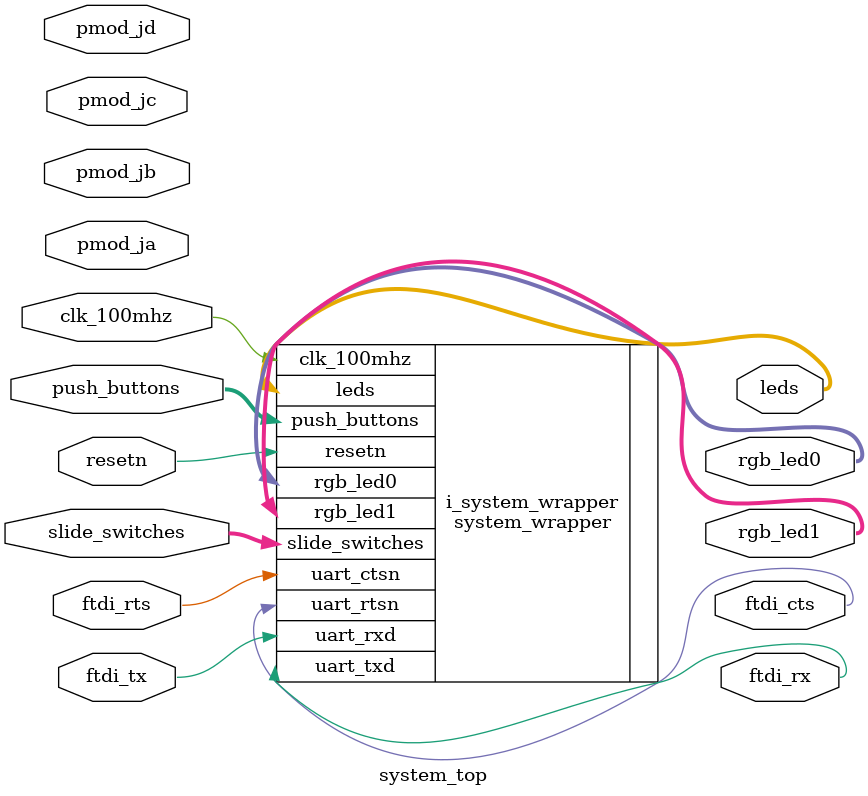
<source format=v>

`timescale 1ns/100ps

module system_top (
  // clock and reset
  input           clk_100mhz,
  input           resetn,
  
  // general io
  output  [15:0]   leds,
  
  output  [2:0]   rgb_led0,
  output  [2:0]   rgb_led1,
  
  input   [4:0]   push_buttons,
  
  input   [15:0]  slide_switches,
  
  // pmod
  inout   [7:0]   pmod_ja,
  inout   [7:0]   pmod_jb,
  inout   [7:0]   pmod_jc,
  inout   [7:0]   pmod_jd,
  
  // uart
  input           ftdi_tx,
  output          ftdi_rx,
  input           ftdi_rts,
  output          ftdi_cts
  );
  
  system_wrapper i_system_wrapper (
    .clk_100mhz(clk_100mhz),
    .leds(leds),
    .rgb_led0(rgb_led0),
    .rgb_led1(rgb_led1),
    .push_buttons(push_buttons),
    .slide_switches(slide_switches),
    .resetn(resetn),
    .uart_rxd(ftdi_tx),
    .uart_txd(ftdi_rx),
    .uart_rtsn(ftdi_cts),
    .uart_ctsn(ftdi_rts)
  );

endmodule

</source>
